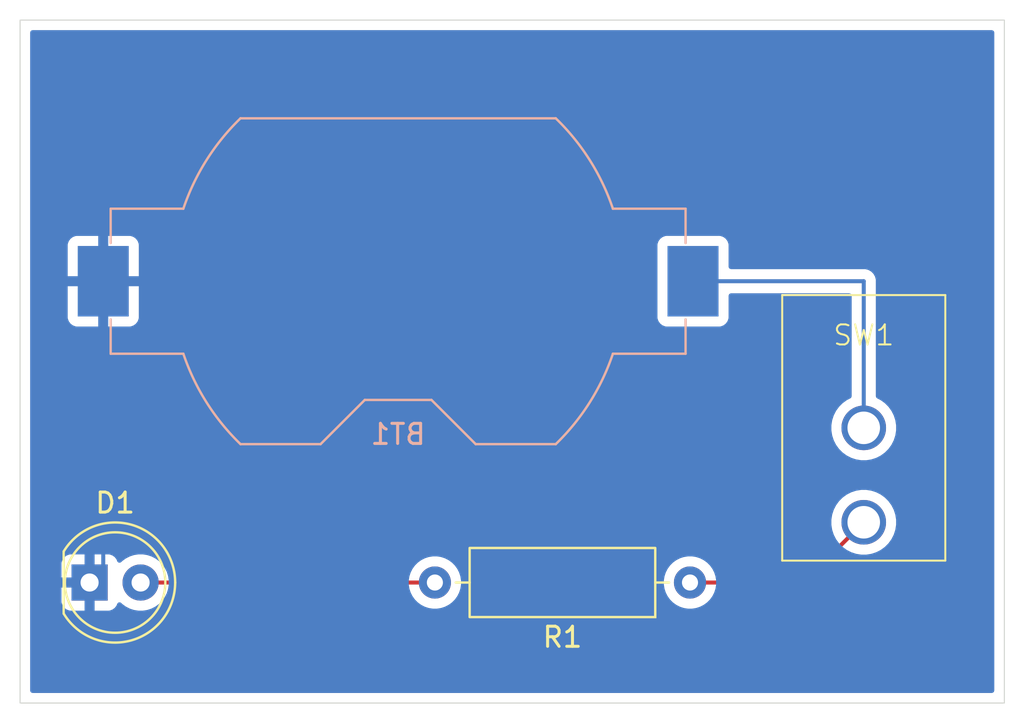
<source format=kicad_pcb>
(kicad_pcb (version 20241229) (generator "pcbnew") (generator_version "9.0")
  (title_block (title "Getting Started Kicad Official Tutorials") (date "08-12-2025") (rev "1.0"))
  (layers (0 "F.Cu" signal) (2 "B.Cu" signal) (13 "F.Paste" user) (15 "B.Paste" user) (5 "F.SilkS" user "F.Silkscreen") (7 "B.SilkS" user "B.Silkscreen") (1 "F.Mask" user) (3 "B.Mask" user) (25 "Edge.Cuts" user))
  (net 0 "")
  (net 1 "VCC")
  (net 2 "GND")
  (net 3 "/led")
  (net 4 "Net-(BT1-+)")
  (footprint "Resistor_THT:R_Axial_DIN0309_L9.0mm_D3.2mm_P12.70mm_Horizontal" (layer "F.Cu") (at 147.35 102 180)
    (property "Reference" "R1" (at 6.35 -2.72 0) (layer "F.SilkS"))
    (property "Value" "1k")
    (fp_line (start 11.66 0) (end 10.97 0) (stroke (width 0.12)) (layer "F.SilkS"))
    (fp_line (start 1.04 0) (end 1.73 0) (stroke (width 0.12)) (layer "F.SilkS"))
    (fp_rect (start 1.73 -1.72) (end 10.97 1.72) (stroke (width 0.12)) (fill no) (layer "F.SilkS"))
    (pad "1" thru_hole circle (at 0 0 180) (size 1.6 1.6) (drill 0.8) (layers "*.Cu" "*.Mask") (net 1 "VCC"))
    (pad "2" thru_hole circle (at 12.7 0 180) (size 1.6 1.6) (drill 0.8) (layers "*.Cu" "*.Mask") (net 3 "/led"))
  )
  (footprint "LED_THT:LED_D5.0mm" (layer "F.Cu") (at 117.46 102)
    (property "Reference" "D1" (at 1.27 -3.96 0) (layer "F.SilkS"))
    (property "Value" "red")
    (fp_line (start -1.29 -1.545) (end -1.29 1.545) (stroke (width 0.12)) (layer "F.SilkS"))
    (fp_arc (start -1.29 -1.54483) (mid 2.071779 -2.880495) (end 4.26 0) (stroke (width 0.12)) (layer "F.SilkS"))
    (fp_arc (start 4.26 0) (mid 2.071779 2.880495) (end -1.29 1.54483) (stroke (width 0.12)) (layer "F.SilkS"))
    (fp_circle (center 1.27 0) (end 3.77 0) (stroke (width 0.12)) (fill no) (layer "F.SilkS"))
    (pad "1" thru_hole rect (at 0 0) (size 1.8 1.8) (drill 0.9) (layers "*.Cu" "*.Mask") (net 2 "GND"))
    (pad "2" thru_hole circle (at 2.54 0) (size 1.8 1.8) (drill 0.9) (layers "*.Cu" "*.Mask") (net 3 "/led"))
  )
  (footprint "getting-started:M2011S3A1W03" (layer "F.Cu") (at 156 89.6)
    (property "Reference" "SW1" (at 0 0.09 0) (layer "F.SilkS") (effects (font (thickness 0.1))))
    (property "Value" "M2011S3A1W03")
    (fp_line (start -4.06 -1.91) (end 4.06 -1.91) (stroke (width 0.1)) (layer "F.SilkS"))
    (fp_line (start -4.06 11.31) (end -4.06 -1.91) (stroke (width 0.1)) (layer "F.SilkS"))
    (fp_line (start 4.06 -1.91) (end 4.06 11.31) (stroke (width 0.1)) (layer "F.SilkS"))
    (fp_line (start 4.06 11.31) (end -4.06 11.31) (stroke (width 0.1)) (layer "F.SilkS"))
    (pad "2" thru_hole circle (at 0 4.7) (size 2.22 2.22) (drill 1.62) (layers "*.Cu" "*.Mask") (net 4 "Net-(BT1-+)"))
    (pad "3" thru_hole circle (at 0 9.4) (size 2.22 2.22) (drill 1.62) (layers "*.Cu" "*.Mask") (net 1 "VCC"))
  )
  (footprint "Battery:BatteryHolder_Keystone_1058_1x2032" (layer "B.Cu") (at 132.82 87 180)
    (property "Reference" "BT1" (at 0 -7.62 0) (layer "B.SilkS") (effects (justify mirror)))
    (property "Value" "3V")
    (fp_line (start 14.31 1.9) (end 14.31 3.61) (stroke (width 0.12)) (layer "B.SilkS"))
    (fp_line (start 14.31 -1.9) (end 14.31 -3.61) (stroke (width 0.12)) (layer "B.SilkS"))
    (fp_line (start 14.31 -3.61) (end 10.692 -3.61) (stroke (width 0.12)) (layer "B.SilkS"))
    (fp_line (start 10.692 3.61) (end 14.31 3.61) (stroke (width 0.12)) (layer "B.SilkS"))
    (fp_line (start 7.8473 -8.11) (end 3.86 -8.11) (stroke (width 0.12)) (layer "B.SilkS"))
    (fp_line (start 1.66 -5.91) (end 3.86 -8.11) (stroke (width 0.12)) (layer "B.SilkS"))
    (fp_line (start 1.66 -5.91) (end -1.66 -5.91) (stroke (width 0.12)) (layer "B.SilkS"))
    (fp_line (start -1.66 -5.91) (end -3.86 -8.11) (stroke (width 0.12)) (layer "B.SilkS"))
    (fp_line (start -3.86 -8.11) (end -7.8473 -8.11) (stroke (width 0.12)) (layer "B.SilkS"))
    (fp_line (start -7.8473 8.11) (end 7.8473 8.11) (stroke (width 0.12)) (layer "B.SilkS"))
    (fp_line (start -10.692 -3.61) (end -14.31 -3.61) (stroke (width 0.12)) (layer "B.SilkS"))
    (fp_line (start -14.31 3.61) (end -10.692 3.61) (stroke (width 0.12)) (layer "B.SilkS"))
    (fp_line (start -14.31 1.9) (end -14.31 3.61) (stroke (width 0.12)) (layer "B.SilkS"))
    (fp_line (start -14.31 -1.9) (end -14.31 -3.61) (stroke (width 0.12)) (layer "B.SilkS"))
    (fp_arc (start 10.692 3.61) (mid 9.538084 6.031244) (end 7.845371 8.111789) (stroke (width 0.12)) (layer "B.SilkS"))
    (fp_arc (start 7.845371 -8.111789) (mid 9.538084 -6.031244) (end 10.692 -3.61) (stroke (width 0.12)) (layer "B.SilkS"))
    (fp_arc (start -7.845371 8.111789) (mid -9.538084 6.031244) (end -10.692 3.61) (stroke (width 0.12)) (layer "B.SilkS"))
    (fp_arc (start -10.692 -3.61) (mid -9.538085 -6.031245) (end -7.845371 -8.111789) (stroke (width 0.12)) (layer "B.SilkS"))
    (pad "1" smd rect (at -14.68 0 180) (size 2.54 3.51) (layers "B.Cu" "B.Mask" "B.Paste") (net 4 "Net-(BT1-+)"))
    (pad "2" smd rect (at 14.68 0 180) (size 2.54 3.51) (layers "B.Cu" "B.Mask" "B.Paste") (net 2 "GND"))
  )
  (gr_rect (start 114 74) (end 163 108) (stroke (width 0.05)) (fill no) (layer "Edge.Cuts"))
  (segment (start 153 102) (end 147.35 102) (width 0.2) (layer "F.Cu") (net 1))
  (segment (start 156 99) (end 153 102) (width 0.2) (layer "F.Cu") (net 1))
  (segment (start 118.14 101.32) (end 117.46 102) (width 0.2) (layer "B.Cu") (net 2))
  (segment (start 118.14 87) (end 118.14 101.32) (width 0.2) (layer "B.Cu") (net 2))
  (segment (start 120 102) (end 134.65 102) (width 0.2) (layer "F.Cu") (net 3))
  (segment (start 156 87) (end 147.5 87) (width 0.2) (layer "B.Cu") (net 4))
  (segment (start 156 94.3) (end 156 87) (width 0.2) (layer "B.Cu") (net 4))
  (zone (net 2) (net_name "GND") (layer "B.Cu") (connect_pads (clearance 0.5)) (min_thickness 0.25) (fill yes (thermal_gap 0.5) (thermal_bridge_width 0.5))
    (polygon (pts (xy 113 73) (xy 164 73) (xy 164 109) (xy 113 109)))
  )
)
</source>
